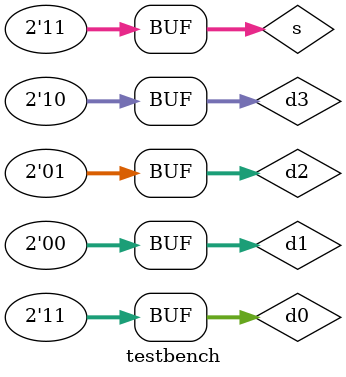
<source format=v>
`timescale 10ns / 100ps

module testbench();

reg [1:0] d0;
reg [1:0] d1;
reg [1:0] d2;
reg [1:0] d3;

reg [1:0] s; //°ªÀ» ÀúÀåÇÒ¼öÀÖ´Â reg º¯¼ö¼±¾ð

wire [1:0] z; //°ªÀÇ ¿¬°á¸¸ ÁøÇà

mux_4x1_4in u1(d0,d1,d2,d3,s,z);

initial begin
    d0 = 2'b11;
    d1 = 2'b00;
    d2 = 2'b01;
    d3 = 2'b10;
    #20 s = 2'b00;
    #20 s = 2'b01;
    #20 s = 2'b10;
    #20 s = 2'b11;
end


endmodule

</source>
